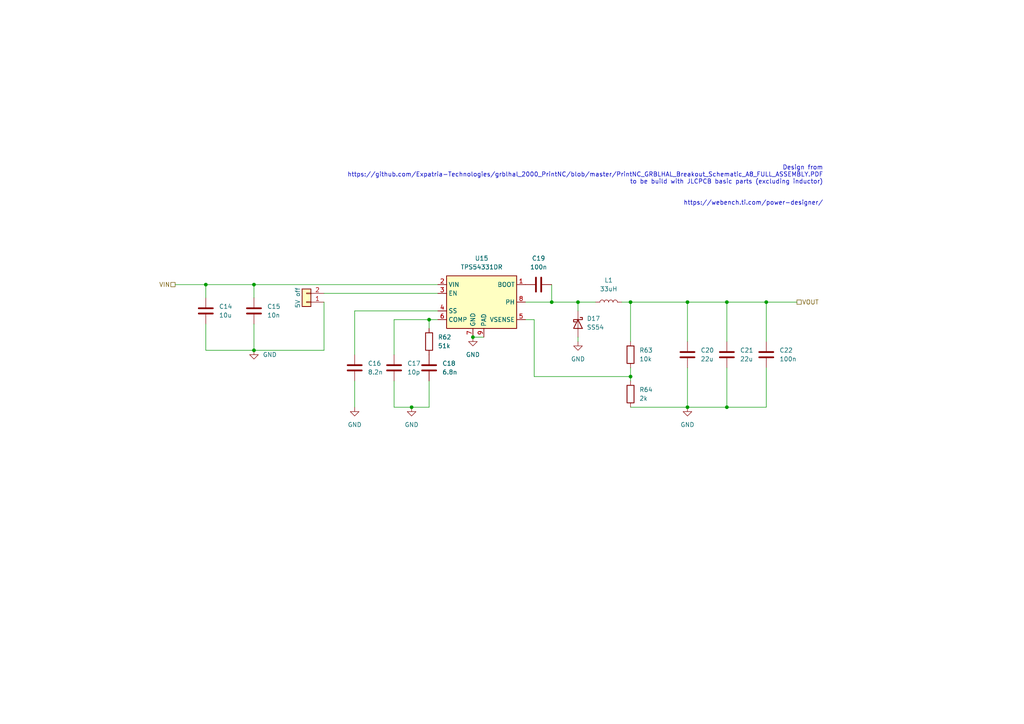
<source format=kicad_sch>
(kicad_sch (version 20211123) (generator eeschema)
  (paper "A4")
  (title_block (title "GRBLhal Boosterpack") (date "2022-12-20") (rev "1.2") (comment 1 "by Sönke Peters") (comment 2 "based on work by Terje Io and Expatria Technologies") (comment 4 "Licensed under CERN OHL v.1.2 or later"))
  (lib_symbols
    (symbol "Connector_Generic:Conn_01x02" (pin_names (offset 1.016) hide)
      (property "Reference" "J" (at 0 2.54 0))
      (property "Value" "Conn_01x02" (at 0 -5.08 0))
      (symbol "Conn_01x02_1_1"
        (rectangle (start -1.27 -2.413) (end 0 -2.667) (stroke (width 0.1524)))
        (rectangle (start -1.27 0.127) (end 0 -0.127) (stroke (width 0.1524)))
        (rectangle (start -1.27 1.27) (end 1.27 -3.81) (stroke (width 0.254)) (fill (type background)))
        (pin passive line (at -5.08 0 0) (length 3.81) (name "Pin_1") (number "1"))
        (pin passive line (at -5.08 -2.54 0) (length 3.81) (name "Pin_2") (number "2"))
      )
    )
    (symbol "Device:C" (pin_numbers hide) (pin_names (offset 0.254))
      (property "Reference" "C" (at 0.635 2.54 0))
      (property "Value" "C" (at 0.635 -2.54 0))
      (symbol "C_0_1"
        (polyline (pts (xy -2.032 -0.762) (xy 2.032 -0.762)) (stroke (width 0.508)))
        (polyline (pts (xy -2.032 0.762) (xy 2.032 0.762)) (stroke (width 0.508)))
      )
      (symbol "C_1_1"
        (pin passive line (at 0 3.81 270) (length 2.794) (name "~") (number "1"))
        (pin passive line (at 0 -3.81 90) (length 2.794) (name "~") (number "2"))
      )
    )
    (symbol "Device:D_Schottky" (pin_numbers hide) (pin_names (offset 1.016) hide)
      (property "Reference" "D" (at 0 2.54 0))
      (property "Value" "D_Schottky" (at 0 -2.54 0))
      (symbol "D_Schottky_0_1"
        (polyline (pts (xy 1.27 0) (xy -1.27 0)))
        (polyline (pts (xy 1.27 1.27) (xy 1.27 -1.27) (xy -1.27 0) (xy 1.27 1.27)) (stroke (width 0.254)))
        (polyline (pts (xy -1.905 0.635) (xy -1.905 1.27) (xy -1.27 1.27) (xy -1.27 -1.27) (xy -0.635 -1.27) (xy -0.635 -0.635)) (stroke (width 0.254)))
      )
      (symbol "D_Schottky_1_1"
        (pin passive line (at -3.81 0 0) (length 2.54) (name "K") (number "1"))
        (pin passive line (at 3.81 0 180) (length 2.54) (name "A") (number "2"))
      )
    )
    (symbol "Device:L" (pin_numbers hide) (pin_names (offset 1.016) hide)
      (property "Reference" "L" (at -1.27 0 90))
      (property "Value" "L" (at 1.905 0 90))
      (symbol "L_0_1"
        (arc (start 0 -2.54) (mid 0.635 -1.905) (end 0 -1.27))
        (arc (start 0 -1.27) (mid 0.635 -0.635) (end 0 0))
        (arc (start 0 0) (mid 0.635 0.635) (end 0 1.27))
        (arc (start 0 1.27) (mid 0.635 1.905) (end 0 2.54))
      )
      (symbol "L_1_1"
        (pin passive line (at 0 3.81 270) (length 1.27) (name "1") (number "1"))
        (pin passive line (at 0 -3.81 90) (length 1.27) (name "2") (number "2"))
      )
    )
    (symbol "Device:R" (pin_numbers hide) (pin_names (offset 0))
      (property "Reference" "R" (at 2.032 0 90))
      (property "Value" "R" (at 0 0 90))
      (symbol "R_0_1"
        (rectangle (start -1.016 -2.54) (end 1.016 2.54) (stroke (width 0.254)))
      )
      (symbol "R_1_1"
        (pin passive line (at 0 3.81 270) (length 1.27) (name "~") (number "1"))
        (pin passive line (at 0 -3.81 90) (length 1.27) (name "~") (number "2"))
      )
    )
    (symbol "Library:TPS54331"
      (property "Reference" "U" (at 0 0 0))
      (property "Value" "TPS54331" (at 0 1.905 0))
      (symbol "TPS54331_1_1"
        (rectangle (start -10.16 7.62) (end 10.16 -7.62) (stroke (width 0.254)) (fill (type background)))
        (pin output line (at 12.7 5.08 180) (length 2.54) (name "BOOT") (number "1"))
        (pin power_in line (at -12.7 5.08 0) (length 2.54) (name "VIN") (number "2"))
        (pin input line (at -12.7 2.54 0) (length 2.54) (name "EN") (number "3"))
        (pin output line (at -12.7 -2.54 0) (length 2.54) (name "SS") (number "4"))
        (pin input line (at 12.7 -5.08 180) (length 2.54) (name "VSENSE") (number "5"))
        (pin output line (at -12.7 -5.08 0) (length 2.54) (name "COMP") (number "6"))
        (pin power_in line (at -2.54 -10.16 90) (length 2.54) (name "GND") (number "7"))
        (pin output line (at 12.7 0 180) (length 2.54) (name "PH") (number "8"))
        (pin power_in line (at 0.635 -10.16 90) (length 2.54) (name "PAD") (number "9"))
      )
    )
    (symbol "power:GND" (power) (pin_names (offset 0))
      (property "Value" "GND" (at 0 -3.81 0))
      (symbol "GND_0_1"
        (polyline (pts (xy 0 0) (xy 0 -1.27) (xy 1.27 -1.27) (xy 0 -2.54) (xy -1.27 -1.27) (xy 0 -1.27)))
      )
      (symbol "GND_1_1"
        (pin power_in line (at 0 0 270) (length 0) hide (name "GND") (number "1"))
      )
    )
  )
  (junction (at 182.88 109.22))
  (junction (at 124.46 92.71))
  (junction (at 199.39 87.63))
  (junction (at 222.25 87.63))
  (junction (at 119.38 118.11))
  (junction (at 59.69 82.55))
  (junction (at 73.66 82.55))
  (junction (at 210.82 87.63))
  (junction (at 160.02 87.63))
  (junction (at 199.39 118.11))
  (junction (at 73.66 101.6))
  (junction (at 167.64 87.63))
  (junction (at 210.82 118.11))
  (junction (at 182.88 87.63))
  (junction (at 137.16 97.79))
  (wire (pts (xy 199.39 106.68) (xy 199.39 118.11)))
  (wire (pts (xy 167.64 87.63) (xy 172.72 87.63)))
  (wire (pts (xy 182.88 109.22) (xy 182.88 110.49)))
  (wire (pts (xy 182.88 87.63) (xy 180.34 87.63)))
  (wire (pts (xy 124.46 95.25) (xy 124.46 92.71)))
  (wire (pts (xy 222.25 106.68) (xy 222.25 118.11)))
  (wire (pts (xy 124.46 110.49) (xy 124.46 118.11)))
  (wire (pts (xy 114.3 118.11) (xy 119.38 118.11)))
  (wire (pts (xy 93.98 87.63) (xy 93.98 101.6)))
  (wire (pts (xy 154.94 92.71) (xy 154.94 109.22)))
  (wire (pts (xy 137.16 97.79) (xy 140.335 97.79)))
  (wire (pts (xy 199.39 99.06) (xy 199.39 87.63)))
  (wire (pts (xy 59.69 93.98) (xy 59.69 101.6)))
  (wire (pts (xy 93.98 85.09) (xy 127 85.09)))
  (wire (pts (xy 73.66 82.55) (xy 127 82.55)))
  (wire (pts (xy 119.38 118.11) (xy 124.46 118.11)))
  (wire (pts (xy 114.3 102.87) (xy 114.3 92.71)))
  (wire (pts (xy 114.3 110.49) (xy 114.3 118.11)))
  (wire (pts (xy 160.02 87.63) (xy 152.4 87.63)))
  (wire (pts (xy 59.69 101.6) (xy 73.66 101.6)))
  (wire (pts (xy 210.82 99.06) (xy 210.82 87.63)))
  (wire (pts (xy 59.69 86.36) (xy 59.69 82.55)))
  (wire (pts (xy 114.3 92.71) (xy 124.46 92.71)))
  (wire (pts (xy 182.88 99.06) (xy 182.88 87.63)))
  (wire (pts (xy 124.46 92.71) (xy 127 92.71)))
  (wire (pts (xy 182.88 106.68) (xy 182.88 109.22)))
  (wire (pts (xy 222.25 87.63) (xy 210.82 87.63)))
  (wire (pts (xy 152.4 92.71) (xy 154.94 92.71)))
  (wire (pts (xy 73.66 86.36) (xy 73.66 82.55)))
  (wire (pts (xy 167.64 97.79) (xy 167.64 99.06)))
  (wire (pts (xy 222.25 99.06) (xy 222.25 87.63)))
  (wire (pts (xy 102.87 110.49) (xy 102.87 118.11)))
  (wire (pts (xy 160.02 87.63) (xy 167.64 87.63)))
  (wire (pts (xy 199.39 87.63) (xy 182.88 87.63)))
  (wire (pts (xy 59.69 82.55) (xy 73.66 82.55)))
  (wire (pts (xy 154.94 109.22) (xy 182.88 109.22)))
  (wire (pts (xy 222.25 118.11) (xy 210.82 118.11)))
  (wire (pts (xy 210.82 106.68) (xy 210.82 118.11)))
  (wire (pts (xy 167.64 87.63) (xy 167.64 90.17)))
  (wire (pts (xy 102.87 102.87) (xy 102.87 90.17)))
  (wire (pts (xy 160.02 82.55) (xy 160.02 87.63)))
  (wire (pts (xy 73.66 101.6) (xy 93.98 101.6)))
  (wire (pts (xy 73.66 93.98) (xy 73.66 101.6)))
  (wire (pts (xy 182.88 118.11) (xy 199.39 118.11)))
  (wire (pts (xy 210.82 87.63) (xy 199.39 87.63)))
  (wire (pts (xy 199.39 118.11) (xy 210.82 118.11)))
  (wire (pts (xy 222.25 87.63) (xy 231.14 87.63)))
  (wire (pts (xy 50.8 82.55) (xy 59.69 82.55)))
  (wire (pts (xy 102.87 90.17) (xy 127 90.17)))
  (text "Design from\nhttps://github.com/Expatria-Technologies/grblhal_2000_PrintNC/blob/master/PrintNC_GRBLHAL_Breakout_Schematic_A8_FULL_ASSEMBLY.PDF\nto be build with JLCPCB basic parts (excluding inductor)\n\n\nhttps://webench.ti.com/power-designer/" (at 238.76 59.69 180) (effects (font (size 1.27 1.27)) (justify right bottom)))
  (hierarchical_label "VIN" (shape passive) (at 50.8 82.55 180))
  (hierarchical_label "VOUT" (shape passive) (at 231.14 87.63 0))
  (symbol (lib_id "Device:C") (at 222.25 102.87 0) (unit 1)
    (property "Reference" "C22" (at 226.06 101.5999 0) (effects (justify left)))
    (property "Value" "100n" (at 226.06 104.1399 0) (effects (justify left)))
    (property "Footprint" "Capacitor_SMD:C_0603_1608Metric" (effects hide))
    (property "Datasheet" "https://datasheet.lcsc.com/lcsc/1809301912_YAGEO-CC0603KRX7R9BB104_C14663.pdf" (effects hide))
    (property "JLCPCB Part #" "C14663" (effects hide))
  )
  (symbol (lib_id "Connector_Generic:Conn_01x02") (at 88.9 87.63 180) (unit 1)
    (property "Reference" "J15" (effects hide))
    (property "Value" "5V off" (at 86.36 86.36 90))
    (property "Footprint" "Jumper:SolderJumper-2_P1.3mm_Open_RoundedPad1.0x1.5mm" (effects hide))
  )
  (symbol (lib_id "power:GND") (at 199.39 118.11 0) (unit 1)
    (property "Reference" "#PWR060" (effects hide))
    (property "Value" "GND" (at 199.39 123.19 0))
  )
  (symbol (lib_id "Device:C") (at 102.87 106.68 0) (unit 1)
    (property "Reference" "C16" (at 106.68 105.4099 0) (effects (justify left)))
    (property "Value" "8.2n" (at 106.68 107.9499 0) (effects (justify left)))
    (property "Footprint" "Capacitor_SMD:C_0603_1608Metric" (effects hide))
    (property "Datasheet" "https://datasheet.lcsc.com/lcsc/1810262007_Samsung-Electro-Mechanics-CL10B822KB8NNNC_C27920.pdf" (effects hide))
    (property "JLCPCB Part #" "C27920" (effects hide))
  )
  (symbol (lib_id "Device:C") (at 59.69 90.17 0) (unit 1)
    (property "Reference" "C14" (at 63.5 88.8999 0) (effects (justify left)))
    (property "Value" "10u" (at 63.5 91.4399 0) (effects (justify left)))
    (property "Footprint" "Capacitor_SMD:C_1206_3216Metric" (effects hide))
    (property "JLCPCB" "C13585" (effects hide))
  )
  (symbol (lib_id "power:GND") (at 73.66 101.6 0) (unit 1)
    (property "Reference" "#PWR055" (effects hide))
    (property "Value" "GND" (at 76.2 102.8699 0) (effects (justify left)))
  )
  (symbol (lib_id "Device:C") (at 124.46 106.68 0) (unit 1)
    (property "Reference" "C18" (at 128.27 105.4099 0) (effects (justify left)))
    (property "Value" "6.8n" (at 128.27 107.9499 0) (effects (justify left)))
    (property "Footprint" "Capacitor_SMD:C_0402_1005Metric" (effects hide))
    (property "JLCPCB Part #" "C1542" (effects hide))
  )
  (symbol (lib_id "power:GND") (at 119.38 118.11 0) (unit 1)
    (property "Reference" "#PWR057" (effects hide))
    (property "Value" "GND" (at 119.38 123.19 0))
  )
  (symbol (lib_id "Device:C") (at 156.21 82.55 270) (unit 1)
    (property "Reference" "C19" (at 156.21 74.93 90))
    (property "Value" "100n" (at 156.21 77.47 90))
    (property "Footprint" "Capacitor_SMD:C_0603_1608Metric" (effects hide))
    (property "Datasheet" "https://datasheet.lcsc.com/lcsc/1809301912_YAGEO-CC0603KRX7R9BB104_C14663.pdf" (effects hide))
    (property "JLCPCB Part #" "C14663" (effects hide))
  )
  (symbol (lib_id "Library:TPS54331") (at 139.7 87.63 0) (unit 1)
    (property "Reference" "U15" (at 139.7 74.93 0))
    (property "Value" "TPS54331DR" (at 139.7 77.47 0))
    (property "Footprint" "Package_SO:TI_SO-PowerPAD-8_ThermalVias" (effects hide))
    (property "Datasheet" "https://www.ti.com/en/lit/gpn/tps54331" (effects hide))
    (property "JLCPCB Part #" "C9865" (effects hide))
    (property "JLCPCB Rotation Offset" "-90" (effects hide))
  )
  (symbol (lib_id "power:GND") (at 137.16 97.79 0) (unit 1)
    (property "Reference" "#PWR058" (effects hide))
    (property "Value" "GND" (at 137.16 102.87 0))
  )
  (symbol (lib_id "Device:C") (at 114.3 106.68 0) (unit 1)
    (property "Reference" "C17" (at 118.11 105.4099 0) (effects (justify left)))
    (property "Value" "10p" (at 118.11 107.9499 0) (effects (justify left)))
    (property "Footprint" "Capacitor_SMD:C_0402_1005Metric" (effects hide))
    (property "JLCPCB Part #" "C32949" (effects hide))
  )
  (symbol (lib_id "Device:D_Schottky") (at 167.64 93.98 270) (unit 1)
    (property "Reference" "D17" (at 170.18 92.3924 90) (effects (justify left)))
    (property "Value" "SS54" (at 170.18 94.9324 90) (effects (justify left)))
    (property "Footprint" "Diode_SMD:D_SMA" (effects hide))
    (property "Datasheet" "https://datasheet.lcsc.com/lcsc/1810192041_MDD-Microdiode-Electronics--SS54_C22452.pdf" (effects hide))
    (property "JLCPCB" "C22452" (effects hide))
  )
  (symbol (lib_id "Device:C") (at 199.39 102.87 0) (unit 1)
    (property "Reference" "C20" (at 203.2 101.5999 0) (effects (justify left)))
    (property "Value" "22u" (at 203.2 104.1399 0) (effects (justify left)))
    (property "Footprint" "Capacitor_SMD:C_1206_3216Metric" (effects hide))
    (property "JLCPCB" "C5672" (effects hide))
  )
  (symbol (lib_id "Device:R") (at 182.88 102.87 0) (unit 1)
    (property "Reference" "R63" (at 185.42 101.5999 0) (effects (justify left)))
    (property "Value" "10k" (at 185.42 104.1399 0) (effects (justify left)))
    (property "Footprint" "Resistor_SMD:R_0603_1608Metric" (effects hide))
    (property "Datasheet" "https://datasheet.lcsc.com/lcsc/2206010045_UNI-ROYAL-Uniroyal-Elec-0603WAF1002T5E_C25804.pdf" (effects hide))
    (property "JLCPCB Part #" "C25804" (effects hide))
  )
  (symbol (lib_id "Device:C") (at 73.66 90.17 0) (unit 1)
    (property "Reference" "C15" (at 77.47 88.8999 0) (effects (justify left)))
    (property "Value" "10n" (at 77.47 91.4399 0) (effects (justify left)))
    (property "Footprint" "Capacitor_SMD:C_0402_1005Metric" (effects hide))
    (property "JLCPCB" "C15195" (effects hide))
  )
  (symbol (lib_id "Device:L") (at 176.53 87.63 90) (unit 1)
    (property "Reference" "L1" (at 176.53 81.28 90))
    (property "Value" "33uH" (at 176.53 83.82 90))
    (property "Footprint" "Inductor_SMD:L_Neosid_SM-PIC0602H" (effects hide))
    (property "Datasheet" "https://datasheet.lcsc.com/lcsc/1912111437_Chilisin-Elec-MHCI06030-330M-R8_C329385.pdf" (effects hide))
    (property "JLCPCB Part #" "C329385" (effects hide))
    (property "JLCPCB Rotation Offset" "180" (effects hide))
  )
  (symbol (lib_id "Device:R") (at 124.46 99.06 0) (unit 1)
    (property "Reference" "R62" (at 127 97.7899 0) (effects (justify left)))
    (property "Value" "51k" (at 127 100.3299 0) (effects (justify left)))
    (property "Footprint" "Resistor_SMD:R_0402_1005Metric" (effects hide))
    (property "JLCPCB Part #" "C25794" (effects hide))
  )
  (symbol (lib_id "Device:R") (at 182.88 114.3 0) (unit 1)
    (property "Reference" "R64" (at 185.42 113.0299 0) (effects (justify left)))
    (property "Value" "2k" (at 185.42 115.5699 0) (effects (justify left)))
    (property "Footprint" "Resistor_SMD:R_0603_1608Metric" (effects hide))
    (property "Datasheet" "https://datasheet.lcsc.com/lcsc/2206010045_UNI-ROYAL-Uniroyal-Elec-0603WAF1002T5E_C25804.pdf" (effects hide))
    (property "JLCPCB Part #" "C22975" (effects hide))
  )
  (symbol (lib_id "power:GND") (at 102.87 118.11 0) (unit 1)
    (property "Reference" "#PWR056" (effects hide))
    (property "Value" "GND" (at 102.87 123.19 0))
  )
  (symbol (lib_id "power:GND") (at 167.64 99.06 0) (unit 1)
    (property "Reference" "#PWR059" (effects hide))
    (property "Value" "GND" (at 167.64 104.14 0))
  )
  (symbol (lib_id "Device:C") (at 210.82 102.87 0) (unit 1)
    (property "Reference" "C21" (at 214.63 101.5999 0) (effects (justify left)))
    (property "Value" "22u" (at 214.63 104.1399 0) (effects (justify left)))
    (property "Footprint" "Capacitor_SMD:C_1206_3216Metric" (effects hide))
    (property "JLCPCB" "C5672" (effects hide))
  )
)
</source>
